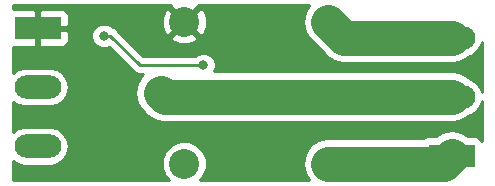
<source format=gbr>
G04 #@! TF.GenerationSoftware,KiCad,Pcbnew,(2018-02-16 revision c95340fba)-makepkg*
G04 #@! TF.CreationDate,2018-04-16T21:08:27+02:00*
G04 #@! TF.ProjectId,lin_bb,6C696E5F62622E6B696361645F706362,rev?*
G04 #@! TF.SameCoordinates,Original*
G04 #@! TF.FileFunction,Copper,L2,Bot,Signal*
G04 #@! TF.FilePolarity,Positive*
%FSLAX46Y46*%
G04 Gerber Fmt 4.6, Leading zero omitted, Abs format (unit mm)*
G04 Created by KiCad (PCBNEW (2018-02-16 revision c95340fba)-makepkg) date 04/16/18 21:08:27*
%MOMM*%
%LPD*%
G01*
G04 APERTURE LIST*
%ADD10O,3.960000X1.980000*%
%ADD11R,3.960000X1.980000*%
%ADD12C,2.540000*%
%ADD13C,0.800000*%
%ADD14C,0.500000*%
%ADD15C,0.250000*%
%ADD16C,3.000000*%
%ADD17C,0.254000*%
G04 APERTURE END LIST*
D10*
X137922000Y-120871000D03*
X137922000Y-115871000D03*
D11*
X137922000Y-110871000D03*
D10*
X172974000Y-111666000D03*
X172974000Y-116666000D03*
D11*
X172974000Y-121666000D03*
D12*
X162536000Y-122332000D03*
X148336000Y-116332000D03*
X162536000Y-110332000D03*
X150336000Y-122332000D03*
X150336000Y-110332000D03*
D13*
X172910500Y-119126000D03*
X172847000Y-114173000D03*
X153035000Y-110363000D03*
X145796000Y-116332000D03*
X145034000Y-122682000D03*
X157480000Y-112522000D03*
X158750000Y-122682000D03*
X151955500Y-113982500D03*
X143510000Y-111506000D03*
D14*
X155291150Y-119223150D02*
X148436945Y-119223150D01*
X158750000Y-122682000D02*
X155291150Y-119223150D01*
X148436945Y-119223150D02*
X145041595Y-122618500D01*
X145041595Y-122618500D02*
X144970500Y-122618500D01*
X144970500Y-122618500D02*
X145034000Y-122682000D01*
D15*
X144780000Y-122428000D02*
X145034000Y-122682000D01*
D16*
X172974000Y-111666000D02*
X163870000Y-111666000D01*
X163870000Y-111666000D02*
X162536000Y-110332000D01*
X172974000Y-116666000D02*
X148670000Y-116666000D01*
X148670000Y-116666000D02*
X148336000Y-116332000D01*
X162536000Y-122332000D02*
X172308000Y-122332000D01*
X172308000Y-122332000D02*
X172974000Y-121666000D01*
D15*
X146552185Y-113982500D02*
X151955500Y-113982500D01*
X143510000Y-111506000D02*
X144075685Y-111506000D01*
X144075685Y-111506000D02*
X146552185Y-113982500D01*
D17*
G36*
X149167828Y-108984223D02*
X150336000Y-110152395D01*
X151504172Y-108984223D01*
X151483976Y-108939000D01*
X160899031Y-108939000D01*
X160524874Y-109498965D01*
X160359174Y-110332000D01*
X160524874Y-111165035D01*
X160877638Y-111692983D01*
X162211636Y-113026981D01*
X162330751Y-113205249D01*
X163036964Y-113677126D01*
X163659721Y-113801000D01*
X163659725Y-113801000D01*
X163870000Y-113842826D01*
X164080275Y-113801000D01*
X173184279Y-113801000D01*
X173807036Y-113677126D01*
X174495490Y-113217115D01*
X174598043Y-113196716D01*
X175135559Y-112837559D01*
X175494716Y-112300043D01*
X175541001Y-112067354D01*
X175541001Y-116264645D01*
X175494716Y-116031957D01*
X175135559Y-115494441D01*
X174598043Y-115135284D01*
X174495490Y-115114885D01*
X173807036Y-114654874D01*
X173184279Y-114531000D01*
X152848580Y-114531000D01*
X152990500Y-114188374D01*
X152990500Y-113776626D01*
X152832931Y-113396220D01*
X152541780Y-113105069D01*
X152161374Y-112947500D01*
X151749626Y-112947500D01*
X151369220Y-113105069D01*
X151251789Y-113222500D01*
X146866987Y-113222500D01*
X145324264Y-111679777D01*
X149167828Y-111679777D01*
X149299520Y-111974657D01*
X150007036Y-112246261D01*
X150764632Y-112226436D01*
X151372480Y-111974657D01*
X151504172Y-111679777D01*
X150336000Y-110511605D01*
X149167828Y-111679777D01*
X145324264Y-111679777D01*
X144666016Y-111021530D01*
X144623614Y-110958071D01*
X144372222Y-110790096D01*
X144229397Y-110761686D01*
X144096280Y-110628569D01*
X143715874Y-110471000D01*
X143304126Y-110471000D01*
X142923720Y-110628569D01*
X142632569Y-110919720D01*
X142475000Y-111300126D01*
X142475000Y-111711874D01*
X142632569Y-112092280D01*
X142923720Y-112383431D01*
X143304126Y-112541000D01*
X143715874Y-112541000D01*
X143942155Y-112447271D01*
X145961856Y-114466973D01*
X146004256Y-114530429D01*
X146255648Y-114698404D01*
X146477333Y-114742500D01*
X146477338Y-114742500D01*
X146552185Y-114757388D01*
X146627032Y-114742500D01*
X146871957Y-114742500D01*
X146796751Y-114792751D01*
X146324874Y-115498965D01*
X146159174Y-116332000D01*
X146324874Y-117165035D01*
X146677638Y-117692983D01*
X147011636Y-118026981D01*
X147130751Y-118205249D01*
X147836964Y-118677126D01*
X148459721Y-118801000D01*
X148459725Y-118801000D01*
X148669999Y-118842826D01*
X148880274Y-118801000D01*
X173184279Y-118801000D01*
X173807036Y-118677126D01*
X174495490Y-118217115D01*
X174598043Y-118196716D01*
X175135559Y-117837559D01*
X175494716Y-117300043D01*
X175541000Y-117067355D01*
X175541000Y-120411538D01*
X175411809Y-120218191D01*
X175201765Y-120077843D01*
X174954000Y-120028560D01*
X174366294Y-120028560D01*
X173807035Y-119654874D01*
X172973999Y-119489174D01*
X172140965Y-119654874D01*
X171613017Y-120007638D01*
X171592095Y-120028560D01*
X170994000Y-120028560D01*
X170746235Y-120077843D01*
X170567905Y-120197000D01*
X162325721Y-120197000D01*
X161702964Y-120320874D01*
X160996751Y-120792751D01*
X160524874Y-121498964D01*
X160359173Y-122332000D01*
X160524874Y-123165036D01*
X160899030Y-123725000D01*
X151637077Y-123725000D01*
X151950981Y-123411096D01*
X152241000Y-122710928D01*
X152241000Y-121953072D01*
X151950981Y-121252904D01*
X151415096Y-120717019D01*
X150714928Y-120427000D01*
X149957072Y-120427000D01*
X149256904Y-120717019D01*
X148721019Y-121252904D01*
X148431000Y-121953072D01*
X148431000Y-122710928D01*
X148721019Y-123411096D01*
X149034923Y-123725000D01*
X135863000Y-123725000D01*
X135863000Y-122111087D01*
X136297957Y-122401716D01*
X136771955Y-122496000D01*
X139072045Y-122496000D01*
X139546043Y-122401716D01*
X140083559Y-122042559D01*
X140442716Y-121505043D01*
X140568835Y-120871000D01*
X140442716Y-120236957D01*
X140083559Y-119699441D01*
X139546043Y-119340284D01*
X139072045Y-119246000D01*
X136771955Y-119246000D01*
X136297957Y-119340284D01*
X135863000Y-119630913D01*
X135863000Y-117111087D01*
X136297957Y-117401716D01*
X136771955Y-117496000D01*
X139072045Y-117496000D01*
X139546043Y-117401716D01*
X140083559Y-117042559D01*
X140442716Y-116505043D01*
X140568835Y-115871000D01*
X140442716Y-115236957D01*
X140083559Y-114699441D01*
X139546043Y-114340284D01*
X139072045Y-114246000D01*
X136771955Y-114246000D01*
X136297957Y-114340284D01*
X135863000Y-114630913D01*
X135863000Y-112496000D01*
X137636250Y-112496000D01*
X137795000Y-112337250D01*
X137795000Y-110998000D01*
X138049000Y-110998000D01*
X138049000Y-112337250D01*
X138207750Y-112496000D01*
X140028310Y-112496000D01*
X140261699Y-112399327D01*
X140440327Y-112220698D01*
X140537000Y-111987309D01*
X140537000Y-111156750D01*
X140378250Y-110998000D01*
X138049000Y-110998000D01*
X137795000Y-110998000D01*
X137775000Y-110998000D01*
X137775000Y-110744000D01*
X137795000Y-110744000D01*
X137795000Y-109404750D01*
X138049000Y-109404750D01*
X138049000Y-110744000D01*
X140378250Y-110744000D01*
X140537000Y-110585250D01*
X140537000Y-110003036D01*
X148421739Y-110003036D01*
X148441564Y-110760632D01*
X148693343Y-111368480D01*
X148988223Y-111500172D01*
X150156395Y-110332000D01*
X150515605Y-110332000D01*
X151683777Y-111500172D01*
X151978657Y-111368480D01*
X152250261Y-110660964D01*
X152230436Y-109903368D01*
X151978657Y-109295520D01*
X151683777Y-109163828D01*
X150515605Y-110332000D01*
X150156395Y-110332000D01*
X148988223Y-109163828D01*
X148693343Y-109295520D01*
X148421739Y-110003036D01*
X140537000Y-110003036D01*
X140537000Y-109754691D01*
X140440327Y-109521302D01*
X140261699Y-109342673D01*
X140028310Y-109246000D01*
X138207750Y-109246000D01*
X138049000Y-109404750D01*
X137795000Y-109404750D01*
X137636250Y-109246000D01*
X135863000Y-109246000D01*
X135863000Y-108939000D01*
X149188024Y-108939000D01*
X149167828Y-108984223D01*
X149167828Y-108984223D01*
G37*
X149167828Y-108984223D02*
X150336000Y-110152395D01*
X151504172Y-108984223D01*
X151483976Y-108939000D01*
X160899031Y-108939000D01*
X160524874Y-109498965D01*
X160359174Y-110332000D01*
X160524874Y-111165035D01*
X160877638Y-111692983D01*
X162211636Y-113026981D01*
X162330751Y-113205249D01*
X163036964Y-113677126D01*
X163659721Y-113801000D01*
X163659725Y-113801000D01*
X163870000Y-113842826D01*
X164080275Y-113801000D01*
X173184279Y-113801000D01*
X173807036Y-113677126D01*
X174495490Y-113217115D01*
X174598043Y-113196716D01*
X175135559Y-112837559D01*
X175494716Y-112300043D01*
X175541001Y-112067354D01*
X175541001Y-116264645D01*
X175494716Y-116031957D01*
X175135559Y-115494441D01*
X174598043Y-115135284D01*
X174495490Y-115114885D01*
X173807036Y-114654874D01*
X173184279Y-114531000D01*
X152848580Y-114531000D01*
X152990500Y-114188374D01*
X152990500Y-113776626D01*
X152832931Y-113396220D01*
X152541780Y-113105069D01*
X152161374Y-112947500D01*
X151749626Y-112947500D01*
X151369220Y-113105069D01*
X151251789Y-113222500D01*
X146866987Y-113222500D01*
X145324264Y-111679777D01*
X149167828Y-111679777D01*
X149299520Y-111974657D01*
X150007036Y-112246261D01*
X150764632Y-112226436D01*
X151372480Y-111974657D01*
X151504172Y-111679777D01*
X150336000Y-110511605D01*
X149167828Y-111679777D01*
X145324264Y-111679777D01*
X144666016Y-111021530D01*
X144623614Y-110958071D01*
X144372222Y-110790096D01*
X144229397Y-110761686D01*
X144096280Y-110628569D01*
X143715874Y-110471000D01*
X143304126Y-110471000D01*
X142923720Y-110628569D01*
X142632569Y-110919720D01*
X142475000Y-111300126D01*
X142475000Y-111711874D01*
X142632569Y-112092280D01*
X142923720Y-112383431D01*
X143304126Y-112541000D01*
X143715874Y-112541000D01*
X143942155Y-112447271D01*
X145961856Y-114466973D01*
X146004256Y-114530429D01*
X146255648Y-114698404D01*
X146477333Y-114742500D01*
X146477338Y-114742500D01*
X146552185Y-114757388D01*
X146627032Y-114742500D01*
X146871957Y-114742500D01*
X146796751Y-114792751D01*
X146324874Y-115498965D01*
X146159174Y-116332000D01*
X146324874Y-117165035D01*
X146677638Y-117692983D01*
X147011636Y-118026981D01*
X147130751Y-118205249D01*
X147836964Y-118677126D01*
X148459721Y-118801000D01*
X148459725Y-118801000D01*
X148669999Y-118842826D01*
X148880274Y-118801000D01*
X173184279Y-118801000D01*
X173807036Y-118677126D01*
X174495490Y-118217115D01*
X174598043Y-118196716D01*
X175135559Y-117837559D01*
X175494716Y-117300043D01*
X175541000Y-117067355D01*
X175541000Y-120411538D01*
X175411809Y-120218191D01*
X175201765Y-120077843D01*
X174954000Y-120028560D01*
X174366294Y-120028560D01*
X173807035Y-119654874D01*
X172973999Y-119489174D01*
X172140965Y-119654874D01*
X171613017Y-120007638D01*
X171592095Y-120028560D01*
X170994000Y-120028560D01*
X170746235Y-120077843D01*
X170567905Y-120197000D01*
X162325721Y-120197000D01*
X161702964Y-120320874D01*
X160996751Y-120792751D01*
X160524874Y-121498964D01*
X160359173Y-122332000D01*
X160524874Y-123165036D01*
X160899030Y-123725000D01*
X151637077Y-123725000D01*
X151950981Y-123411096D01*
X152241000Y-122710928D01*
X152241000Y-121953072D01*
X151950981Y-121252904D01*
X151415096Y-120717019D01*
X150714928Y-120427000D01*
X149957072Y-120427000D01*
X149256904Y-120717019D01*
X148721019Y-121252904D01*
X148431000Y-121953072D01*
X148431000Y-122710928D01*
X148721019Y-123411096D01*
X149034923Y-123725000D01*
X135863000Y-123725000D01*
X135863000Y-122111087D01*
X136297957Y-122401716D01*
X136771955Y-122496000D01*
X139072045Y-122496000D01*
X139546043Y-122401716D01*
X140083559Y-122042559D01*
X140442716Y-121505043D01*
X140568835Y-120871000D01*
X140442716Y-120236957D01*
X140083559Y-119699441D01*
X139546043Y-119340284D01*
X139072045Y-119246000D01*
X136771955Y-119246000D01*
X136297957Y-119340284D01*
X135863000Y-119630913D01*
X135863000Y-117111087D01*
X136297957Y-117401716D01*
X136771955Y-117496000D01*
X139072045Y-117496000D01*
X139546043Y-117401716D01*
X140083559Y-117042559D01*
X140442716Y-116505043D01*
X140568835Y-115871000D01*
X140442716Y-115236957D01*
X140083559Y-114699441D01*
X139546043Y-114340284D01*
X139072045Y-114246000D01*
X136771955Y-114246000D01*
X136297957Y-114340284D01*
X135863000Y-114630913D01*
X135863000Y-112496000D01*
X137636250Y-112496000D01*
X137795000Y-112337250D01*
X137795000Y-110998000D01*
X138049000Y-110998000D01*
X138049000Y-112337250D01*
X138207750Y-112496000D01*
X140028310Y-112496000D01*
X140261699Y-112399327D01*
X140440327Y-112220698D01*
X140537000Y-111987309D01*
X140537000Y-111156750D01*
X140378250Y-110998000D01*
X138049000Y-110998000D01*
X137795000Y-110998000D01*
X137775000Y-110998000D01*
X137775000Y-110744000D01*
X137795000Y-110744000D01*
X137795000Y-109404750D01*
X138049000Y-109404750D01*
X138049000Y-110744000D01*
X140378250Y-110744000D01*
X140537000Y-110585250D01*
X140537000Y-110003036D01*
X148421739Y-110003036D01*
X148441564Y-110760632D01*
X148693343Y-111368480D01*
X148988223Y-111500172D01*
X150156395Y-110332000D01*
X150515605Y-110332000D01*
X151683777Y-111500172D01*
X151978657Y-111368480D01*
X152250261Y-110660964D01*
X152230436Y-109903368D01*
X151978657Y-109295520D01*
X151683777Y-109163828D01*
X150515605Y-110332000D01*
X150156395Y-110332000D01*
X148988223Y-109163828D01*
X148693343Y-109295520D01*
X148421739Y-110003036D01*
X140537000Y-110003036D01*
X140537000Y-109754691D01*
X140440327Y-109521302D01*
X140261699Y-109342673D01*
X140028310Y-109246000D01*
X138207750Y-109246000D01*
X138049000Y-109404750D01*
X137795000Y-109404750D01*
X137636250Y-109246000D01*
X135863000Y-109246000D01*
X135863000Y-108939000D01*
X149188024Y-108939000D01*
X149167828Y-108984223D01*
M02*

</source>
